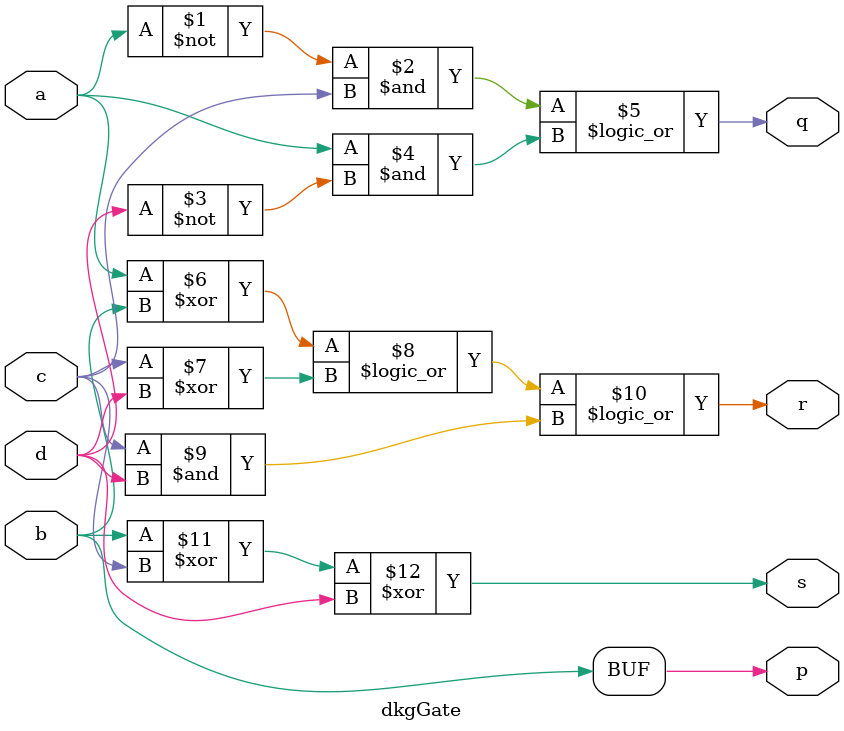
<source format=v>
`timescale 1ns / 1ps

module  feyGate(a, b, p, q);
	input a,b;
	output p,q;
	assign p=a;
	assign q=a^b;
endmodule

module fredGate (a,b,c,p,q,r);
	input a,b,c;
	output p,q,r;
	assign p=a;
	assign q=((~a)&b)^(a&c);
	assign r=((~a)&c)^(a&b);
endmodule

module tofGate (a,b,c,p,q,r);
	input a,b,c;
	output p,q,r;	
	assign p=a;
	assign q=b;
	assign r=(a&b)^c;
endmodule

/*module hngGate(a,b,c,d,p,q,r,s);
	input a,b,c,d;
	output p,q,r,s;	
	assign p=a;
	assign q=b;
	assign r= a^b^c;
	assign s= ((a^b)&c)^(a&b)^d;
endmodule*/

module perGate (a,b,c,p,q,r);
	input a,b,c;
	output p,q,r;	
	assign p=a;
	assign q=b^a;
	assign r=(a&b)^c;
endmodule

module dpgGate(a,b,c,d,p,q,r,s);
	input a,b,c,d;
	output p,q,r,s;	
	wire wp,wq,wr;
	perGate pg1(a,b,c,p,wq,wr);
	perGate pg2(wq,d,wr,q,r,s);
endmodule

module dkgGate(a,b,c,d,p,q,r,s);
	input a,b,c,d;
	output p,q,r,s;	
	assign p=b;
	assign q=((~a)&c)||(a&(~d));
	assign r=((a^b)||(c^d)||(c&d));
	assign s=b^c^d;
endmodule

</source>
